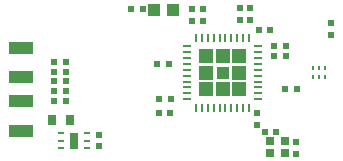
<source format=gtp>
%FSLAX44Y44*%
%MOMM*%
G71*
G01*
G75*
G04 Layer_Color=8421504*
%ADD10C,0.3000*%
%ADD11C,0.4000*%
%ADD12R,1.0000X1.0000*%
%ADD13R,0.6000X0.6000*%
%ADD14R,0.7500X0.6500*%
%ADD15R,0.2500X0.4000*%
%ADD16O,0.7500X0.2800*%
%ADD17O,0.2800X0.7500*%
%ADD18R,4.5000X4.5000*%
%ADD19R,0.6000X0.3500*%
%ADD20R,1.0000X1.6000*%
%ADD21R,0.6000X0.6000*%
%ADD22R,0.7000X0.9000*%
%ADD23R,2.1000X1.0000*%
%ADD24R,2.2000X1.0500*%
%ADD25R,1.0500X1.0000*%
%ADD26R,3.9400X0.5000*%
%ADD27R,0.5000X2.0000*%
%ADD28R,2.6400X0.5000*%
%ADD29R,4.9000X0.5000*%
%ADD30R,0.5000X5.0000*%
%ADD31R,4.9000X0.9000*%
%ADD32R,0.5000X2.7000*%
%ADD33C,0.1500*%
%ADD34C,0.2500*%
%ADD35R,0.8000X0.3000*%
%ADD36R,0.1270X0.9398*%
%ADD37R,1.0000X0.1000*%
%ADD38R,0.1000X0.7000*%
%ADD39R,0.9000X0.3000*%
%ADD40R,0.2000X0.8000*%
%ADD41R,0.2000X0.7000*%
%ADD42R,0.2000X0.6000*%
%ADD43R,0.8000X0.2000*%
%ADD44R,1.2056X0.3999*%
%ADD45R,0.2000X1.1000*%
%ADD46R,1.0562X0.1836*%
%ADD47R,0.5334X0.2032*%
%ADD48R,0.5000X0.2259*%
%ADD49R,0.1818X0.4999*%
%ADD50R,0.4999X0.3145*%
%ADD51R,0.2939X0.5000*%
%ADD52R,0.2119X0.5000*%
%ADD53R,0.5860X0.9000*%
%ADD54R,0.4872X0.5000*%
%ADD55R,0.4658X0.5000*%
%ADD56R,0.4997X0.1609*%
%ADD57R,0.3013X0.5000*%
%ADD58C,1.0000*%
%ADD59R,1.0000X1.0000*%
%ADD60C,1.8000*%
%ADD61O,3.6000X1.5000*%
%ADD62C,0.6000*%
%ADD63R,0.5000X15.1000*%
%ADD64R,1.2000X1.2000*%
%ADD65O,0.7000X0.2300*%
%ADD66O,0.2300X0.7000*%
%ADD67R,1.0000X1.0000*%
%ADD68R,0.5000X0.2500*%
%ADD69R,0.8000X1.4000*%
D12*
X2342140Y2586360D02*
D03*
X2358140D02*
D03*
D13*
X2415000Y2588000D02*
D03*
Y2578000D02*
D03*
X2295276Y2470616D02*
D03*
Y2480616D02*
D03*
X2461900Y2474520D02*
D03*
Y2464520D02*
D03*
X2429388Y2499158D02*
D03*
Y2489158D02*
D03*
X2492126Y2565358D02*
D03*
Y2575358D02*
D03*
X2423000Y2578000D02*
D03*
Y2588000D02*
D03*
X2374524Y2576788D02*
D03*
Y2586788D02*
D03*
X2383414Y2576788D02*
D03*
Y2586788D02*
D03*
D14*
X2440264Y2464854D02*
D03*
X2453264D02*
D03*
X2440264Y2474854D02*
D03*
X2453264D02*
D03*
D15*
X2476966Y2537020D02*
D03*
Y2529020D02*
D03*
X2481966Y2537020D02*
D03*
Y2529020D02*
D03*
X2486966Y2537020D02*
D03*
Y2529020D02*
D03*
D21*
X2257256Y2541910D02*
D03*
X2267256D02*
D03*
X2267256Y2509398D02*
D03*
X2257256D02*
D03*
X2267256Y2517526D02*
D03*
X2257256D02*
D03*
X2267256Y2525654D02*
D03*
X2257256D02*
D03*
X2267256Y2533782D02*
D03*
X2257256D02*
D03*
X2322534Y2586614D02*
D03*
X2332534D02*
D03*
X2354886Y2540132D02*
D03*
X2344886D02*
D03*
X2356156Y2510668D02*
D03*
X2346156D02*
D03*
X2355902Y2498730D02*
D03*
X2345902D02*
D03*
X2445564Y2482982D02*
D03*
X2435564D02*
D03*
X2452836Y2519558D02*
D03*
X2462836D02*
D03*
X2443946Y2547498D02*
D03*
X2453946D02*
D03*
X2443946Y2555626D02*
D03*
X2453946D02*
D03*
X2440484Y2568834D02*
D03*
X2430484D02*
D03*
D22*
X2271026Y2492888D02*
D03*
X2256026D02*
D03*
D23*
X2229000Y2554000D02*
D03*
Y2529000D02*
D03*
Y2509000D02*
D03*
Y2484000D02*
D03*
D64*
X2414000Y2547000D02*
D03*
X2400000D02*
D03*
X2386000D02*
D03*
X2386000Y2533000D02*
D03*
X2414000D02*
D03*
Y2519000D02*
D03*
X2400000Y2519000D02*
D03*
X2386000Y2519000D02*
D03*
D65*
X2370250Y2555500D02*
D03*
Y2550500D02*
D03*
Y2545500D02*
D03*
Y2540500D02*
D03*
Y2535500D02*
D03*
Y2530500D02*
D03*
Y2525500D02*
D03*
Y2520500D02*
D03*
X2370250Y2515500D02*
D03*
X2370250Y2510500D02*
D03*
X2429750D02*
D03*
X2429750Y2515500D02*
D03*
X2429750Y2520500D02*
D03*
Y2525500D02*
D03*
Y2530500D02*
D03*
Y2535500D02*
D03*
Y2540500D02*
D03*
Y2545500D02*
D03*
Y2550500D02*
D03*
Y2555500D02*
D03*
D66*
X2377500Y2503250D02*
D03*
X2382500D02*
D03*
X2387500D02*
D03*
X2392500D02*
D03*
X2397500D02*
D03*
X2402500D02*
D03*
X2407500D02*
D03*
X2412500D02*
D03*
X2417500Y2503250D02*
D03*
X2422500Y2503250D02*
D03*
Y2562750D02*
D03*
X2417500Y2562750D02*
D03*
X2412500Y2562750D02*
D03*
X2407500D02*
D03*
X2402500D02*
D03*
X2397500D02*
D03*
X2392500D02*
D03*
X2387500D02*
D03*
X2382500D02*
D03*
X2377500D02*
D03*
D67*
X2400000Y2533000D02*
D03*
D68*
X2284862Y2468966D02*
D03*
X2262862D02*
D03*
X2284862Y2475466D02*
D03*
Y2481966D02*
D03*
X2262862Y2475466D02*
D03*
Y2481966D02*
D03*
D69*
X2273862Y2475466D02*
D03*
M02*

</source>
